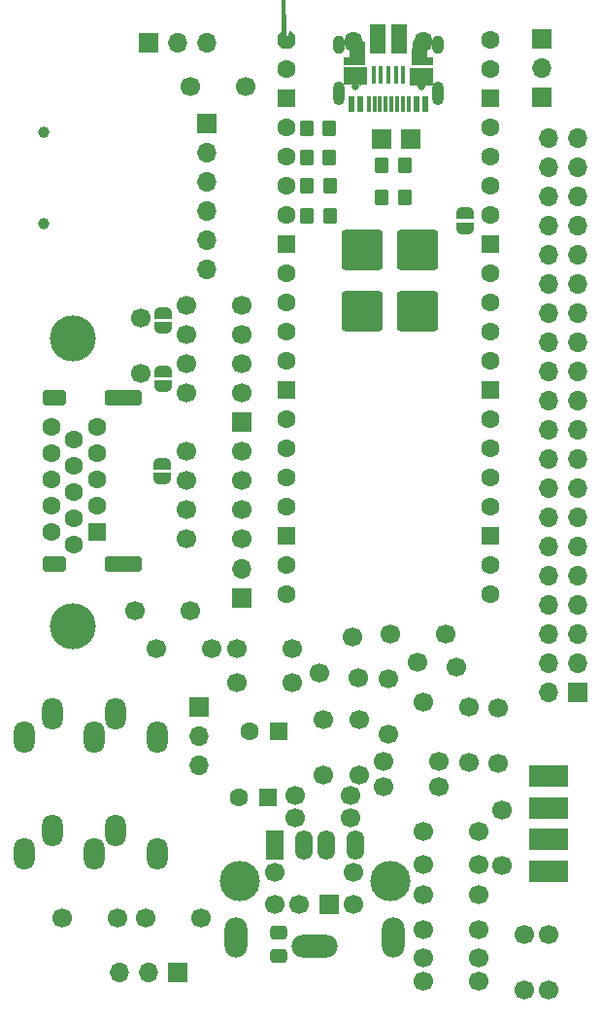
<source format=gbs>
G04 #@! TF.GenerationSoftware,KiCad,Pcbnew,6.0.11-2627ca5db0~126~ubuntu20.04.1*
G04 #@! TF.CreationDate,2023-09-26T13:38:11+05:00*
G04 #@! TF.ProjectId,33NJU23,33334e4a-5532-4332-9e6b-696361645f70,rev?*
G04 #@! TF.SameCoordinates,Original*
G04 #@! TF.FileFunction,Soldermask,Bot*
G04 #@! TF.FilePolarity,Negative*
%FSLAX46Y46*%
G04 Gerber Fmt 4.6, Leading zero omitted, Abs format (unit mm)*
G04 Created by KiCad (PCBNEW 6.0.11-2627ca5db0~126~ubuntu20.04.1) date 2023-09-26 13:38:11*
%MOMM*%
%LPD*%
G01*
G04 APERTURE LIST*
G04 Aperture macros list*
%AMRoundRect*
0 Rectangle with rounded corners*
0 $1 Rounding radius*
0 $2 $3 $4 $5 $6 $7 $8 $9 X,Y pos of 4 corners*
0 Add a 4 corners polygon primitive as box body*
4,1,4,$2,$3,$4,$5,$6,$7,$8,$9,$2,$3,0*
0 Add four circle primitives for the rounded corners*
1,1,$1+$1,$2,$3*
1,1,$1+$1,$4,$5*
1,1,$1+$1,$6,$7*
1,1,$1+$1,$8,$9*
0 Add four rect primitives between the rounded corners*
20,1,$1+$1,$2,$3,$4,$5,0*
20,1,$1+$1,$4,$5,$6,$7,0*
20,1,$1+$1,$6,$7,$8,$9,0*
20,1,$1+$1,$8,$9,$2,$3,0*%
%AMOutline4P*
0 Free polygon, 4 corners , with rotation*
0 The origin of the aperture is its center*
0 number of corners: always 4*
0 $1 to $8 corner X, Y*
0 $9 Rotation angle, in degrees counterclockwise*
0 create outline with 4 corners*
4,1,4,$1,$2,$3,$4,$5,$6,$7,$8,$1,$2,$9*%
%AMFreePoly0*
4,1,57,0.281438,0.792513,0.314631,0.788760,0.324366,0.782642,0.335575,0.780064,0.361670,0.759195,0.389950,0.741421,0.741668,0.389704,0.759398,0.361385,0.780215,0.335261,0.782772,0.324050,0.788875,0.314303,0.792571,0.281098,0.800000,0.248529,0.800000,-0.248878,0.792513,-0.281438,0.788760,-0.314632,0.782641,-0.324367,0.780064,-0.335575,0.759196,-0.361669,0.741421,-0.389950,
0.389704,-0.741668,0.361385,-0.759398,0.335261,-0.780215,0.324050,-0.782772,0.314303,-0.788875,0.281098,-0.792571,0.248529,-0.800000,-0.248878,-0.800000,-0.281438,-0.792513,-0.314632,-0.788760,-0.324367,-0.782641,-0.335575,-0.780064,-0.361669,-0.759196,-0.389950,-0.741421,-0.741668,-0.389704,-0.759398,-0.361385,-0.780215,-0.335261,-0.782772,-0.324050,-0.788875,-0.314303,-0.792571,-0.281098,
-0.800000,-0.248529,-0.800000,0.248878,-0.792513,0.281438,-0.788760,0.314631,-0.782642,0.324366,-0.780064,0.335575,-0.759195,0.361670,-0.741421,0.389950,-0.389704,0.741668,-0.361385,0.759398,-0.335261,0.780215,-0.324050,0.782772,-0.314303,0.788875,-0.281098,0.792571,-0.248529,0.800000,0.248878,0.800000,0.281438,0.792513,0.281438,0.792513,$1*%
%AMFreePoly1*
4,1,22,0.500000,-0.750000,0.000000,-0.750000,0.000000,-0.745033,-0.079941,-0.743568,-0.215256,-0.701293,-0.333266,-0.622738,-0.424486,-0.514219,-0.481581,-0.384460,-0.499164,-0.250000,-0.500000,-0.250000,-0.500000,0.250000,-0.499164,0.250000,-0.499963,0.256109,-0.478152,0.396186,-0.417904,0.524511,-0.324060,0.630769,-0.204165,0.706417,-0.067858,0.745374,0.000000,0.744959,0.000000,0.750000,
0.500000,0.750000,0.500000,-0.750000,0.500000,-0.750000,$1*%
%AMFreePoly2*
4,1,20,0.000000,0.744959,0.073905,0.744508,0.209726,0.703889,0.328688,0.626782,0.421226,0.519385,0.479903,0.390333,0.500000,0.250000,0.500000,-0.250000,0.499851,-0.262216,0.476331,-0.402017,0.414519,-0.529596,0.319384,-0.634700,0.198574,-0.708877,0.061801,-0.746166,0.000000,-0.745033,0.000000,-0.750000,-0.500000,-0.750000,-0.500000,0.750000,0.000000,0.750000,0.000000,0.744959,
0.000000,0.744959,$1*%
G04 Aperture macros list end*
%ADD10C,1.700000*%
%ADD11C,1.000000*%
%ADD12R,1.700000X1.700000*%
%ADD13O,1.700000X1.700000*%
%ADD14RoundRect,0.350000X-1.300000X0.350000X-1.300000X-0.350000X1.300000X-0.350000X1.300000X0.350000X0*%
%ADD15RoundRect,0.350000X-0.700000X0.350000X-0.700000X-0.350000X0.700000X-0.350000X0.700000X0.350000X0*%
%ADD16O,1.800000X2.800000*%
%ADD17O,2.000000X3.500000*%
%ADD18O,4.000000X2.000000*%
%ADD19R,1.524000X2.600000*%
%ADD20O,1.524000X2.600000*%
%ADD21C,3.500000*%
%ADD22C,4.000000*%
%ADD23R,1.600000X1.600000*%
%ADD24C,1.600000*%
%ADD25FreePoly0,0.000000*%
%ADD26RoundRect,0.200000X-0.600000X-0.600000X0.600000X-0.600000X0.600000X0.600000X-0.600000X0.600000X0*%
%ADD27R,3.480000X1.846667*%
%ADD28RoundRect,0.250000X-0.350000X-0.450000X0.350000X-0.450000X0.350000X0.450000X-0.350000X0.450000X0*%
%ADD29FreePoly1,90.000000*%
%ADD30FreePoly2,90.000000*%
%ADD31RoundRect,0.250000X-0.475000X0.337500X-0.475000X-0.337500X0.475000X-0.337500X0.475000X0.337500X0*%
%ADD32RoundRect,0.321101X1.473899X1.428899X-1.473899X1.428899X-1.473899X-1.428899X1.473899X-1.428899X0*%
%ADD33C,0.650000*%
%ADD34R,0.600000X1.450000*%
%ADD35R,0.300000X1.450000*%
%ADD36O,1.000000X1.600000*%
%ADD37O,1.000000X2.100000*%
%ADD38R,0.400000X1.650000*%
%ADD39R,1.430000X2.500000*%
%ADD40R,2.000000X1.500000*%
%ADD41Outline4P,-0.675000X-0.675000X0.675000X-0.675000X0.675000X0.675000X-0.675000X0.675000X0.000000*%
%ADD42R,1.825000X0.700000*%
%ADD43R,0.382484X1.821706*%
%ADD44O,1.100000X1.500000*%
%ADD45R,0.380714X1.829960*%
G04 APERTURE END LIST*
D10*
X59563000Y-95351600D03*
X54737000Y-95351600D03*
D11*
X32745000Y-37595000D03*
X32745000Y-45595000D03*
D10*
X45212000Y-67945000D03*
X50038000Y-67945000D03*
X45212000Y-70485000D03*
X50038000Y-70485000D03*
X45212000Y-55245000D03*
X50038000Y-55245000D03*
X47472675Y-82550000D03*
X42646675Y-82550000D03*
X40762031Y-79258622D03*
X45588031Y-79258622D03*
X49657000Y-82550000D03*
X54483000Y-82550000D03*
X62992000Y-81280000D03*
X67818000Y-81280000D03*
X62400724Y-94591650D03*
X67226724Y-94591650D03*
X65913000Y-104013000D03*
X70739000Y-104013000D03*
X65904000Y-98497000D03*
X70730000Y-98497000D03*
D12*
X79375000Y-86355000D03*
D13*
X76835000Y-86355000D03*
X79375000Y-83815000D03*
X76835000Y-83815000D03*
X79375000Y-81275000D03*
X76835000Y-81275000D03*
X79375000Y-78735000D03*
X76835000Y-78735000D03*
X79375000Y-76195000D03*
X76835000Y-76195000D03*
X79375000Y-73655000D03*
X76835000Y-73655000D03*
X79375000Y-71115000D03*
X76835000Y-71115000D03*
X79375000Y-68575000D03*
X76835000Y-68575000D03*
X79375000Y-66035000D03*
X76835000Y-66035000D03*
X79375000Y-63495000D03*
X76835000Y-63495000D03*
X79375000Y-60955000D03*
X76835000Y-60955000D03*
X79375000Y-58415000D03*
X76835000Y-58415000D03*
X79375000Y-55875000D03*
X76835000Y-55875000D03*
X79375000Y-53335000D03*
X76835000Y-53335000D03*
X79375000Y-50795000D03*
X76835000Y-50795000D03*
X79375000Y-48255000D03*
X76835000Y-48255000D03*
X79375000Y-45715000D03*
X76835000Y-45715000D03*
X79375000Y-43175000D03*
X76835000Y-43175000D03*
X79375000Y-40635000D03*
X76835000Y-40635000D03*
X79375000Y-38095000D03*
X76835000Y-38095000D03*
D10*
X46498000Y-106045000D03*
X41672000Y-106045000D03*
D14*
X39695000Y-60695000D03*
D15*
X33735000Y-60695000D03*
X33735000Y-75195000D03*
D14*
X39695000Y-75195000D03*
D10*
X62430288Y-92344802D03*
X67256288Y-92344802D03*
X45212000Y-52705000D03*
X50038000Y-52705000D03*
D12*
X50033422Y-78130833D03*
D13*
X50033422Y-75590833D03*
D10*
X49637000Y-85524500D03*
X54463000Y-85524500D03*
X62865000Y-90043000D03*
X62865000Y-85217000D03*
X50403000Y-33655000D03*
X45577000Y-33655000D03*
D12*
X50043916Y-62874035D03*
D10*
X65375497Y-83723399D03*
X68792024Y-84144777D03*
X65868066Y-87202778D03*
D16*
X39025000Y-88270000D03*
X37225000Y-90270000D03*
X31125000Y-90270000D03*
X33525000Y-88270000D03*
X42725000Y-90270000D03*
D12*
X57673448Y-104839098D03*
D10*
X55073448Y-104839098D03*
X59773448Y-104839098D03*
D17*
X49523448Y-107689098D03*
X63223448Y-107689098D03*
D18*
X56373448Y-108489098D03*
D10*
X52973448Y-104839098D03*
X59773448Y-102039098D03*
X52973448Y-102039098D03*
X70723000Y-109474000D03*
X65897000Y-109474000D03*
X70720000Y-107067000D03*
X65894000Y-107067000D03*
D16*
X39025000Y-98430000D03*
X37225000Y-100430000D03*
X31125000Y-100430000D03*
X33525000Y-98430000D03*
X42725000Y-100430000D03*
D10*
X54737000Y-97282000D03*
X59563000Y-97282000D03*
X69850000Y-92456000D03*
X69850000Y-87630000D03*
X60227503Y-85059601D03*
X56810976Y-84638223D03*
X59734934Y-81580222D03*
D12*
X44434070Y-110738885D03*
D13*
X41894070Y-110738885D03*
X39354070Y-110738885D03*
D19*
X52959000Y-99695000D03*
D20*
X55459000Y-99695000D03*
X57459000Y-99695000D03*
X59959000Y-99695000D03*
D21*
X49889000Y-102786000D03*
X63029000Y-102786000D03*
D10*
X72771000Y-96647000D03*
X72771000Y-101473000D03*
X45212000Y-60325000D03*
X50038000Y-60325000D03*
D22*
X35350331Y-80575000D03*
X35350331Y-55575000D03*
D23*
X37400331Y-72390000D03*
D24*
X37400331Y-70100000D03*
X37400331Y-67810000D03*
X37400331Y-65520000D03*
X37400331Y-63230000D03*
X35420331Y-73535000D03*
X35420331Y-71245000D03*
X35420331Y-68955000D03*
X35420331Y-66665000D03*
X35420331Y-64375000D03*
X33440331Y-72390000D03*
X33440331Y-70100000D03*
X33440331Y-67810000D03*
X33440331Y-65520000D03*
X33440331Y-63230000D03*
D10*
X34417000Y-106045000D03*
X39243000Y-106045000D03*
D25*
X53975000Y-29595000D03*
D24*
X53975000Y-32135000D03*
D26*
X53975000Y-34675000D03*
D24*
X53975000Y-37215000D03*
X53975000Y-39755000D03*
X53975000Y-42295000D03*
X53975000Y-44835000D03*
D26*
X53975000Y-47375000D03*
D24*
X53975000Y-49915000D03*
X53975000Y-52455000D03*
X53975000Y-54995000D03*
X53975000Y-57535000D03*
D26*
X53975000Y-60075000D03*
D24*
X53975000Y-62615000D03*
X53975000Y-65155000D03*
X53975000Y-67695000D03*
X53975000Y-70235000D03*
D26*
X53975000Y-72775000D03*
D24*
X53975000Y-75315000D03*
X53975000Y-77855000D03*
X71755000Y-77855000D03*
X71755000Y-75315000D03*
D26*
X71755000Y-72775000D03*
D24*
X71755000Y-70235000D03*
X71755000Y-67695000D03*
X71755000Y-65155000D03*
X71755000Y-62615000D03*
D26*
X71755000Y-60075000D03*
D24*
X71755000Y-57535000D03*
X71755000Y-54995000D03*
X71755000Y-52455000D03*
X71755000Y-49915000D03*
D26*
X71755000Y-47375000D03*
D24*
X71755000Y-44835000D03*
X71755000Y-42295000D03*
X71755000Y-39755000D03*
X71755000Y-37215000D03*
D26*
X71755000Y-34675000D03*
D24*
X71755000Y-32135000D03*
X71755000Y-29595000D03*
D10*
X70723000Y-111506000D03*
X65897000Y-111506000D03*
X60293101Y-88736032D03*
X60293101Y-93562032D03*
D23*
X52324000Y-95504000D03*
D24*
X49824000Y-95504000D03*
D10*
X74676000Y-107442000D03*
X74676000Y-112268000D03*
X41275000Y-58558923D03*
X41275000Y-53732923D03*
D23*
X53259791Y-89789000D03*
D24*
X50759791Y-89789000D03*
D27*
X76839500Y-101945000D03*
X76839500Y-99175000D03*
X76839500Y-96405000D03*
X76839500Y-93635000D03*
D12*
X46990000Y-36830000D03*
D13*
X46990000Y-39370000D03*
X46990000Y-41910000D03*
X46990000Y-44450000D03*
X46990000Y-46990000D03*
X46990000Y-49530000D03*
D10*
X76835000Y-107442000D03*
X76835000Y-112268000D03*
X57150000Y-88757000D03*
X57150000Y-93583000D03*
X45212000Y-57785000D03*
X50038000Y-57785000D03*
X65904000Y-101387000D03*
X70730000Y-101387000D03*
X45212000Y-65405000D03*
X50038000Y-65405000D03*
X72390000Y-87699553D03*
X72390000Y-92525553D03*
D12*
X76225479Y-29452407D03*
D13*
X76225479Y-31992407D03*
D12*
X76225479Y-34532407D03*
X46355000Y-87645000D03*
D13*
X46355000Y-90185000D03*
X46355000Y-92725000D03*
D12*
X41925000Y-29845000D03*
D13*
X44465000Y-29845000D03*
X47005000Y-29845000D03*
D10*
X45212000Y-73025000D03*
X50038000Y-73025000D03*
D28*
X62246000Y-43307000D03*
X64246000Y-43307000D03*
X55717418Y-37253676D03*
X57717418Y-37253676D03*
X55758479Y-42281573D03*
X57758479Y-42281573D03*
X55717418Y-39778916D03*
X57717418Y-39778916D03*
D29*
X43141986Y-67769340D03*
D30*
X43141986Y-66469340D03*
D12*
X64775000Y-38227000D03*
X62235000Y-38227000D03*
D28*
X55737949Y-44868404D03*
X57737949Y-44868404D03*
D29*
X43180000Y-54625000D03*
D30*
X43180000Y-53325000D03*
D31*
X53263800Y-107242700D03*
X53263800Y-109317700D03*
D29*
X43180000Y-59705000D03*
D30*
X43180000Y-58405000D03*
D32*
X65422000Y-47879000D03*
X60562000Y-47879000D03*
D29*
X69515001Y-45970005D03*
D30*
X69515001Y-44670005D03*
D28*
X62246000Y-40513000D03*
X64246000Y-40513000D03*
D32*
X65422000Y-53213000D03*
X60562000Y-53213000D03*
D33*
X59975000Y-33661000D03*
X65755000Y-33661000D03*
D34*
X59640000Y-35106000D03*
X60415000Y-35106000D03*
D35*
X61115000Y-35106000D03*
X61615000Y-35106000D03*
X62115000Y-35106000D03*
X62615000Y-35106000D03*
X63115000Y-35106000D03*
X63615000Y-35106000D03*
X64115000Y-35106000D03*
X64615000Y-35106000D03*
D34*
X65315000Y-35106000D03*
X66090000Y-35106000D03*
D36*
X67185000Y-30011000D03*
D37*
X67185000Y-34191000D03*
D36*
X58545000Y-30011000D03*
D37*
X58545000Y-34191000D03*
D38*
X61540000Y-32626000D03*
X62190000Y-32626000D03*
X62840000Y-32626000D03*
X63490000Y-32626000D03*
X64140000Y-32626000D03*
D39*
X61880000Y-29476000D03*
D40*
X65740000Y-32746000D03*
D41*
X60110000Y-30988000D03*
D42*
X65840000Y-31426000D03*
D43*
X65098669Y-30632382D03*
D40*
X59990000Y-32726000D03*
D42*
X59890000Y-31426000D03*
D13*
X65913000Y-29718000D03*
D41*
X65590000Y-30988000D03*
D13*
X59817000Y-29746000D03*
D39*
X63800000Y-29476000D03*
D44*
X65260000Y-32746000D03*
X60420000Y-32746000D03*
D45*
X60625761Y-30660980D03*
M02*

</source>
